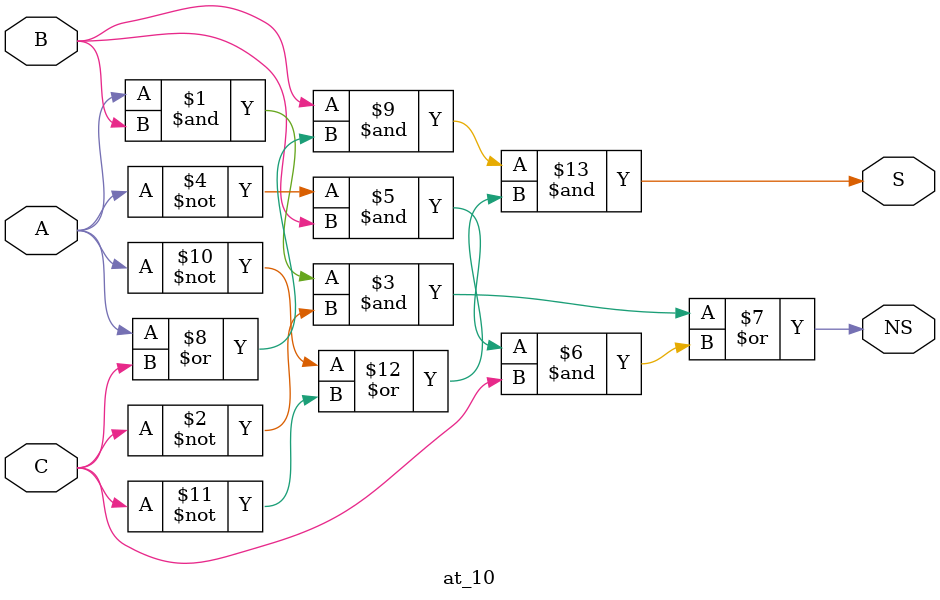
<source format=v>
module at_10(
    input A, B, C,
    output NS, S
);

assign NS = A & B & ~C | ~A & B & C;
assign S = B & (A | C) & (~A | ~C);
    
endmodule
</source>
